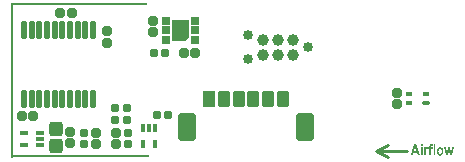
<source format=gts>
G04*
G04 #@! TF.GenerationSoftware,Altium Limited,Altium Designer,21.0.9 (235)*
G04*
G04 Layer_Color=8388736*
%FSLAX25Y25*%
%MOIN*%
G70*
G04*
G04 #@! TF.SameCoordinates,BF7D474B-E12B-4DDB-9B88-BAE4D01EB7A6*
G04*
G04*
G04 #@! TF.FilePolarity,Negative*
G04*
G01*
G75*
%ADD13C,0.01000*%
%ADD14R,0.45388X0.00787*%
%ADD15R,0.00787X0.51181*%
%ADD16R,0.46063X0.00787*%
G04:AMPARAMS|DCode=17|XSize=15.75mil|YSize=23.62mil|CornerRadius=3.15mil|HoleSize=0mil|Usage=FLASHONLY|Rotation=270.000|XOffset=0mil|YOffset=0mil|HoleType=Round|Shape=RoundedRectangle|*
%AMROUNDEDRECTD17*
21,1,0.01575,0.01732,0,0,270.0*
21,1,0.00945,0.02362,0,0,270.0*
1,1,0.00630,-0.00866,-0.00472*
1,1,0.00630,-0.00866,0.00472*
1,1,0.00630,0.00866,0.00472*
1,1,0.00630,0.00866,-0.00472*
%
%ADD17ROUNDEDRECTD17*%
%ADD18R,0.02362X0.01575*%
G04:AMPARAMS|DCode=19|XSize=39.37mil|YSize=55.12mil|CornerRadius=7.09mil|HoleSize=0mil|Usage=FLASHONLY|Rotation=0.000|XOffset=0mil|YOffset=0mil|HoleType=Round|Shape=RoundedRectangle|*
%AMROUNDEDRECTD19*
21,1,0.03937,0.04095,0,0,0.0*
21,1,0.02520,0.05512,0,0,0.0*
1,1,0.01417,0.01260,-0.02047*
1,1,0.01417,-0.01260,-0.02047*
1,1,0.01417,-0.01260,0.02047*
1,1,0.01417,0.01260,0.02047*
%
%ADD19ROUNDEDRECTD19*%
%ADD20R,0.03937X0.05512*%
G04:AMPARAMS|DCode=21|XSize=59.06mil|YSize=92.52mil|CornerRadius=9.06mil|HoleSize=0mil|Usage=FLASHONLY|Rotation=0.000|XOffset=0mil|YOffset=0mil|HoleType=Round|Shape=RoundedRectangle|*
%AMROUNDEDRECTD21*
21,1,0.05906,0.07441,0,0,0.0*
21,1,0.04095,0.09252,0,0,0.0*
1,1,0.01811,0.02047,-0.03720*
1,1,0.01811,-0.02047,-0.03720*
1,1,0.01811,-0.02047,0.03720*
1,1,0.01811,0.02047,0.03720*
%
%ADD21ROUNDEDRECTD21*%
G04:AMPARAMS|DCode=22|XSize=29.53mil|YSize=27.56mil|CornerRadius=5.91mil|HoleSize=0mil|Usage=FLASHONLY|Rotation=90.000|XOffset=0mil|YOffset=0mil|HoleType=Round|Shape=RoundedRectangle|*
%AMROUNDEDRECTD22*
21,1,0.02953,0.01575,0,0,90.0*
21,1,0.01772,0.02756,0,0,90.0*
1,1,0.01181,0.00787,0.00886*
1,1,0.01181,0.00787,-0.00886*
1,1,0.01181,-0.00787,-0.00886*
1,1,0.01181,-0.00787,0.00886*
%
%ADD22ROUNDEDRECTD22*%
%ADD23C,0.03887*%
G04:AMPARAMS|DCode=24|XSize=23.62mil|YSize=29.53mil|CornerRadius=0mil|HoleSize=0mil|Usage=FLASHONLY|Rotation=270.000|XOffset=0mil|YOffset=0mil|HoleType=Round|Shape=RoundedRectangle|*
%AMROUNDEDRECTD24*
21,1,0.02362,0.02953,0,0,270.0*
21,1,0.02362,0.02953,0,0,270.0*
1,1,0.00000,-0.01476,-0.01181*
1,1,0.00000,-0.01476,0.01181*
1,1,0.00000,0.01476,0.01181*
1,1,0.00000,0.01476,-0.01181*
%
%ADD24ROUNDEDRECTD24*%
G04:AMPARAMS|DCode=25|XSize=21.65mil|YSize=59.06mil|CornerRadius=4.63mil|HoleSize=0mil|Usage=FLASHONLY|Rotation=0.000|XOffset=0mil|YOffset=0mil|HoleType=Round|Shape=RoundedRectangle|*
%AMROUNDEDRECTD25*
21,1,0.02165,0.04980,0,0,0.0*
21,1,0.01240,0.05906,0,0,0.0*
1,1,0.00925,0.00620,-0.02490*
1,1,0.00925,-0.00620,-0.02490*
1,1,0.00925,-0.00620,0.02490*
1,1,0.00925,0.00620,0.02490*
%
%ADD25ROUNDEDRECTD25*%
G04:AMPARAMS|DCode=26|XSize=33.07mil|YSize=31.5mil|CornerRadius=6.3mil|HoleSize=0mil|Usage=FLASHONLY|Rotation=180.000|XOffset=0mil|YOffset=0mil|HoleType=Round|Shape=RoundedRectangle|*
%AMROUNDEDRECTD26*
21,1,0.03307,0.01890,0,0,180.0*
21,1,0.02047,0.03150,0,0,180.0*
1,1,0.01260,-0.01024,0.00945*
1,1,0.01260,0.01024,0.00945*
1,1,0.01260,0.01024,-0.00945*
1,1,0.01260,-0.01024,-0.00945*
%
%ADD26ROUNDEDRECTD26*%
%ADD27R,0.02559X0.01378*%
G04:AMPARAMS|DCode=28|XSize=33.07mil|YSize=31.5mil|CornerRadius=6.3mil|HoleSize=0mil|Usage=FLASHONLY|Rotation=270.000|XOffset=0mil|YOffset=0mil|HoleType=Round|Shape=RoundedRectangle|*
%AMROUNDEDRECTD28*
21,1,0.03307,0.01890,0,0,270.0*
21,1,0.02047,0.03150,0,0,270.0*
1,1,0.01260,-0.00945,-0.01024*
1,1,0.01260,-0.00945,0.01024*
1,1,0.01260,0.00945,0.01024*
1,1,0.01260,0.00945,-0.01024*
%
%ADD28ROUNDEDRECTD28*%
G04:AMPARAMS|DCode=29|XSize=45.28mil|YSize=47.24mil|CornerRadius=7.68mil|HoleSize=0mil|Usage=FLASHONLY|Rotation=0.000|XOffset=0mil|YOffset=0mil|HoleType=Round|Shape=RoundedRectangle|*
%AMROUNDEDRECTD29*
21,1,0.04528,0.03189,0,0,0.0*
21,1,0.02992,0.04724,0,0,0.0*
1,1,0.01535,0.01496,-0.01595*
1,1,0.01535,-0.01496,-0.01595*
1,1,0.01535,-0.01496,0.01595*
1,1,0.01535,0.01496,0.01595*
%
%ADD29ROUNDEDRECTD29*%
G04:AMPARAMS|DCode=30|XSize=29.53mil|YSize=27.56mil|CornerRadius=5.91mil|HoleSize=0mil|Usage=FLASHONLY|Rotation=180.000|XOffset=0mil|YOffset=0mil|HoleType=Round|Shape=RoundedRectangle|*
%AMROUNDEDRECTD30*
21,1,0.02953,0.01575,0,0,180.0*
21,1,0.01772,0.02756,0,0,180.0*
1,1,0.01181,-0.00886,0.00787*
1,1,0.01181,0.00886,0.00787*
1,1,0.01181,0.00886,-0.00787*
1,1,0.01181,-0.00886,-0.00787*
%
%ADD30ROUNDEDRECTD30*%
%ADD31R,0.01378X0.02559*%
%ADD32C,0.03347*%
G36*
X60973Y49848D02*
X61023Y49838D01*
X61072Y49821D01*
X61119Y49798D01*
X61161Y49770D01*
X61200Y49736D01*
X61234Y49697D01*
X61263Y49654D01*
X61286Y49608D01*
X61302Y49559D01*
X61312Y49508D01*
X61316Y49457D01*
Y44181D01*
X61312Y44130D01*
X61302Y44079D01*
X61286Y44030D01*
X61274Y44007D01*
X61263Y43984D01*
X61234Y43941D01*
X61200Y43902D01*
X60019Y42721D01*
X59980Y42687D01*
X59937Y42658D01*
X59891Y42636D01*
X59879Y42631D01*
X59842Y42619D01*
X59792Y42609D01*
X59740Y42606D01*
X56000D01*
X55949Y42609D01*
X55898Y42619D01*
X55849Y42636D01*
X55803Y42658D01*
X55760Y42687D01*
X55721Y42721D01*
X55687Y42760D01*
X55658Y42803D01*
X55635Y42849D01*
X55619Y42898D01*
X55609Y42948D01*
X55606Y43000D01*
Y49457D01*
X55609Y49508D01*
X55619Y49559D01*
X55635Y49608D01*
X55658Y49654D01*
X55687Y49697D01*
X55721Y49736D01*
X55760Y49770D01*
X55803Y49798D01*
X55849Y49821D01*
X55898Y49838D01*
X55949Y49848D01*
X56000Y49851D01*
X60921D01*
X60973Y49848D01*
D02*
G37*
G36*
X142193Y8319D02*
X142257Y8314D01*
X142331Y8299D01*
X142414Y8284D01*
X142503Y8259D01*
X142592Y8230D01*
X142513Y7738D01*
X142508D01*
X142488Y7743D01*
X142464Y7753D01*
X142429Y7762D01*
X142390Y7767D01*
X142341Y7777D01*
X142247Y7782D01*
X142227D01*
X142208Y7777D01*
X142178Y7772D01*
X142149Y7762D01*
X142119Y7753D01*
X142095Y7733D01*
X142070Y7708D01*
Y7704D01*
X142060Y7694D01*
X142055Y7674D01*
X142045Y7644D01*
X142036Y7610D01*
X142026Y7561D01*
X142021Y7502D01*
X142016Y7428D01*
Y7236D01*
X142449D01*
Y6680D01*
X142016D01*
Y4560D01*
X141435D01*
Y6680D01*
X141111D01*
Y7146D01*
X140934Y6547D01*
X140929Y6552D01*
X140909Y6567D01*
X140879Y6587D01*
X140845Y6606D01*
X140801Y6626D01*
X140756Y6646D01*
X140707Y6660D01*
X140658Y6665D01*
X140638D01*
X140614Y6660D01*
X140584Y6656D01*
X140550Y6641D01*
X140515Y6626D01*
X140476Y6601D01*
X140442Y6572D01*
X140437Y6567D01*
X140427Y6552D01*
X140412Y6532D01*
X140392Y6498D01*
X140373Y6454D01*
X140348Y6400D01*
X140328Y6331D01*
X140314Y6247D01*
Y6242D01*
Y6237D01*
X140309Y6223D01*
Y6203D01*
X140304Y6173D01*
Y6139D01*
X140299Y6100D01*
X140294Y6055D01*
X140289Y5996D01*
Y5937D01*
X140284Y5863D01*
X140279Y5785D01*
Y5701D01*
X140274Y5603D01*
Y5499D01*
Y5386D01*
Y4560D01*
X139694D01*
Y7236D01*
X140235D01*
Y6857D01*
X140240Y6862D01*
X140250Y6877D01*
X140260Y6897D01*
X140284Y6941D01*
X140319Y6995D01*
X140358Y7054D01*
X140397Y7113D01*
X140442Y7167D01*
X140481Y7207D01*
X140486Y7211D01*
X140500Y7221D01*
X140525Y7236D01*
X140555Y7256D01*
X140589Y7271D01*
X140633Y7285D01*
X140683Y7295D01*
X140732Y7300D01*
X140766D01*
X140806Y7295D01*
X140855Y7285D01*
X140914Y7266D01*
X140978Y7241D01*
X141047Y7207D01*
X141111Y7165D01*
Y7236D01*
X141435D01*
Y7438D01*
Y7443D01*
Y7453D01*
Y7472D01*
Y7497D01*
Y7526D01*
X141440Y7561D01*
X141445Y7639D01*
X141450Y7728D01*
X141465Y7812D01*
X141480Y7895D01*
X141504Y7964D01*
X141509Y7974D01*
X141519Y7994D01*
X141534Y8023D01*
X141558Y8058D01*
X141588Y8102D01*
X141627Y8146D01*
X141672Y8186D01*
X141726Y8225D01*
X141730Y8230D01*
X141755Y8240D01*
X141785Y8254D01*
X141829Y8274D01*
X141883Y8294D01*
X141952Y8309D01*
X142026Y8319D01*
X142104Y8323D01*
X142149D01*
X142193Y8319D01*
D02*
G37*
G36*
X139123Y7600D02*
X138542D01*
Y8254D01*
X139123D01*
Y7600D01*
D02*
G37*
G36*
X148820Y4560D02*
X148269D01*
X147886Y6277D01*
X147512Y4560D01*
X146951D01*
X146257Y7236D01*
X146818D01*
X147231Y5480D01*
X147610Y7236D01*
X148166D01*
X148535Y5480D01*
X148958Y7236D01*
X149534D01*
X148820Y4560D01*
D02*
G37*
G36*
X143359D02*
X142779D01*
Y8259D01*
X143359D01*
Y4560D01*
D02*
G37*
G36*
X139123D02*
X138542D01*
Y7236D01*
X139123D01*
Y4560D01*
D02*
G37*
G36*
X138223D02*
X137558D01*
X137293Y5401D01*
X136082D01*
X135831Y4560D01*
X135182D01*
X136358Y8259D01*
X137012D01*
X138223Y4560D01*
D02*
G37*
G36*
X144992Y7295D02*
X145032D01*
X145076Y7285D01*
X145125Y7280D01*
X145184Y7266D01*
X145243Y7246D01*
X145312Y7226D01*
X145376Y7197D01*
X145445Y7162D01*
X145514Y7123D01*
X145583Y7074D01*
X145652Y7020D01*
X145716Y6956D01*
X145775Y6882D01*
X145780Y6877D01*
X145790Y6862D01*
X145804Y6842D01*
X145824Y6808D01*
X145844Y6769D01*
X145873Y6719D01*
X145898Y6665D01*
X145927Y6606D01*
X145957Y6537D01*
X145981Y6464D01*
X146011Y6385D01*
X146031Y6296D01*
X146050Y6208D01*
X146065Y6114D01*
X146075Y6016D01*
X146080Y5913D01*
Y5908D01*
Y5893D01*
Y5873D01*
Y5844D01*
X146075Y5804D01*
X146070Y5765D01*
X146065Y5716D01*
X146060Y5662D01*
X146040Y5544D01*
X146011Y5421D01*
X145972Y5288D01*
X145917Y5160D01*
Y5155D01*
X145913Y5145D01*
X145903Y5130D01*
X145888Y5106D01*
X145853Y5047D01*
X145809Y4973D01*
X145745Y4894D01*
X145676Y4811D01*
X145598Y4732D01*
X145504Y4663D01*
X145499D01*
X145494Y4658D01*
X145480Y4648D01*
X145460Y4638D01*
X145406Y4609D01*
X145337Y4579D01*
X145253Y4550D01*
X145160Y4520D01*
X145056Y4501D01*
X144943Y4496D01*
X144924D01*
X144894Y4501D01*
X144865D01*
X144820Y4505D01*
X144771Y4515D01*
X144717Y4525D01*
X144658Y4545D01*
X144599Y4564D01*
X144530Y4589D01*
X144466Y4619D01*
X144397Y4653D01*
X144328Y4697D01*
X144259Y4747D01*
X144195Y4806D01*
X144132Y4870D01*
X144127Y4874D01*
X144117Y4889D01*
X144102Y4909D01*
X144082Y4938D01*
X144058Y4978D01*
X144028Y5022D01*
X144004Y5081D01*
X143974Y5145D01*
X143940Y5214D01*
X143915Y5293D01*
X143886Y5381D01*
X143861Y5475D01*
X143841Y5578D01*
X143826Y5691D01*
X143817Y5809D01*
X143812Y5932D01*
Y5937D01*
Y5952D01*
Y5972D01*
X143817Y6001D01*
Y6036D01*
X143822Y6075D01*
X143826Y6119D01*
X143831Y6168D01*
X143851Y6282D01*
X143876Y6400D01*
X143915Y6528D01*
X143964Y6651D01*
Y6656D01*
X143974Y6665D01*
X143979Y6680D01*
X143994Y6705D01*
X144028Y6764D01*
X144072Y6833D01*
X144132Y6911D01*
X144205Y6995D01*
X144284Y7069D01*
X144373Y7138D01*
X144378D01*
X144382Y7143D01*
X144397Y7152D01*
X144417Y7162D01*
X144471Y7187D01*
X144540Y7221D01*
X144623Y7251D01*
X144722Y7275D01*
X144830Y7295D01*
X144943Y7300D01*
X144968D01*
X144992Y7295D01*
D02*
G37*
%LPC*%
G36*
X136678Y7394D02*
X136269Y6026D01*
X137096D01*
X136678Y7394D01*
D02*
G37*
G36*
X144978Y6724D02*
X144929D01*
X144904Y6719D01*
X144860Y6715D01*
X144810Y6700D01*
X144751Y6675D01*
X144687Y6636D01*
X144623Y6582D01*
X144594Y6552D01*
X144564Y6513D01*
X144560Y6503D01*
X144540Y6474D01*
X144515Y6424D01*
X144486Y6355D01*
X144456Y6272D01*
X144432Y6163D01*
X144412Y6041D01*
X144407Y5898D01*
Y5893D01*
Y5878D01*
Y5858D01*
X144412Y5829D01*
Y5794D01*
X144417Y5760D01*
X144427Y5667D01*
X144446Y5568D01*
X144476Y5465D01*
X144510Y5367D01*
X144564Y5278D01*
X144569Y5268D01*
X144594Y5243D01*
X144628Y5214D01*
X144673Y5175D01*
X144727Y5135D01*
X144791Y5106D01*
X144865Y5081D01*
X144948Y5071D01*
X144958D01*
X144988Y5076D01*
X145027Y5081D01*
X145081Y5096D01*
X145140Y5121D01*
X145204Y5160D01*
X145268Y5209D01*
X145327Y5278D01*
Y5283D01*
X145332Y5288D01*
X145342Y5302D01*
X145352Y5317D01*
X145376Y5367D01*
X145406Y5435D01*
X145435Y5524D01*
X145460Y5632D01*
X145480Y5755D01*
X145484Y5903D01*
Y5908D01*
Y5922D01*
Y5942D01*
Y5967D01*
X145480Y6001D01*
X145475Y6041D01*
X145465Y6129D01*
X145445Y6227D01*
X145416Y6331D01*
X145376Y6424D01*
X145322Y6513D01*
Y6518D01*
X145317Y6523D01*
X145293Y6547D01*
X145258Y6582D01*
X145214Y6621D01*
X145160Y6656D01*
X145096Y6690D01*
X145022Y6715D01*
X144978Y6724D01*
D02*
G37*
%LPD*%
D13*
X123765Y6134D02*
X127702Y4166D01*
X123765Y6134D02*
X127702Y4166D01*
X123765Y6134D02*
X127702Y8103D01*
X123765Y6134D02*
X134001D01*
D14*
X24687Y54903D02*
D03*
D15*
X2362Y29528D02*
D03*
D16*
X25000Y4331D02*
D03*
D17*
X140157Y22047D02*
D03*
D18*
Y25197D02*
D03*
X134646Y22047D02*
D03*
Y25197D02*
D03*
D19*
X72913Y23209D02*
D03*
X82756D02*
D03*
X77835D02*
D03*
X87677D02*
D03*
X92598D02*
D03*
D20*
X67992D02*
D03*
D21*
X60512Y14173D02*
D03*
X100079D02*
D03*
D22*
X54232Y18110D02*
D03*
X50492D02*
D03*
X49473Y38544D02*
D03*
X53213D02*
D03*
X36713Y20472D02*
D03*
X40453D02*
D03*
Y16535D02*
D03*
X36713D02*
D03*
D23*
X85945Y38051D02*
D03*
X95945Y43051D02*
D03*
Y38051D02*
D03*
X90945Y43051D02*
D03*
X85945D02*
D03*
X90945Y38051D02*
D03*
D24*
X63382Y43079D02*
D03*
Y46228D02*
D03*
Y49378D02*
D03*
X53539Y43079D02*
D03*
Y46228D02*
D03*
Y49378D02*
D03*
D25*
X6299Y23228D02*
D03*
X8858D02*
D03*
X11417D02*
D03*
X13976D02*
D03*
X16535D02*
D03*
X19094D02*
D03*
X21654D02*
D03*
X24213D02*
D03*
X26772D02*
D03*
X29331D02*
D03*
X6299Y46457D02*
D03*
X8858D02*
D03*
X11417D02*
D03*
X13976D02*
D03*
X16535D02*
D03*
X19094D02*
D03*
X21654D02*
D03*
X24213D02*
D03*
X26772D02*
D03*
X29331D02*
D03*
D26*
X33858Y45984D02*
D03*
Y42205D02*
D03*
X49213Y45748D02*
D03*
Y49528D02*
D03*
X130709Y21732D02*
D03*
Y25512D02*
D03*
X21654Y12520D02*
D03*
Y8740D02*
D03*
X30315Y12047D02*
D03*
Y8268D02*
D03*
X37008Y12126D02*
D03*
Y8347D02*
D03*
D27*
X11756Y8032D02*
D03*
Y10000D02*
D03*
Y11969D02*
D03*
X6244D02*
D03*
Y8032D02*
D03*
D28*
X9370Y17717D02*
D03*
X5590D02*
D03*
X22215Y52080D02*
D03*
X18436D02*
D03*
X63307Y38583D02*
D03*
X59527D02*
D03*
D29*
X16929Y13484D02*
D03*
Y7776D02*
D03*
D30*
X26378Y8287D02*
D03*
Y12028D02*
D03*
X40945Y8366D02*
D03*
Y12106D02*
D03*
D31*
X50000Y13780D02*
D03*
X48031D02*
D03*
X46063D02*
D03*
Y8268D02*
D03*
X50000D02*
D03*
D32*
X80945Y44551D02*
D03*
Y36551D02*
D03*
X100945Y40551D02*
D03*
M02*

</source>
